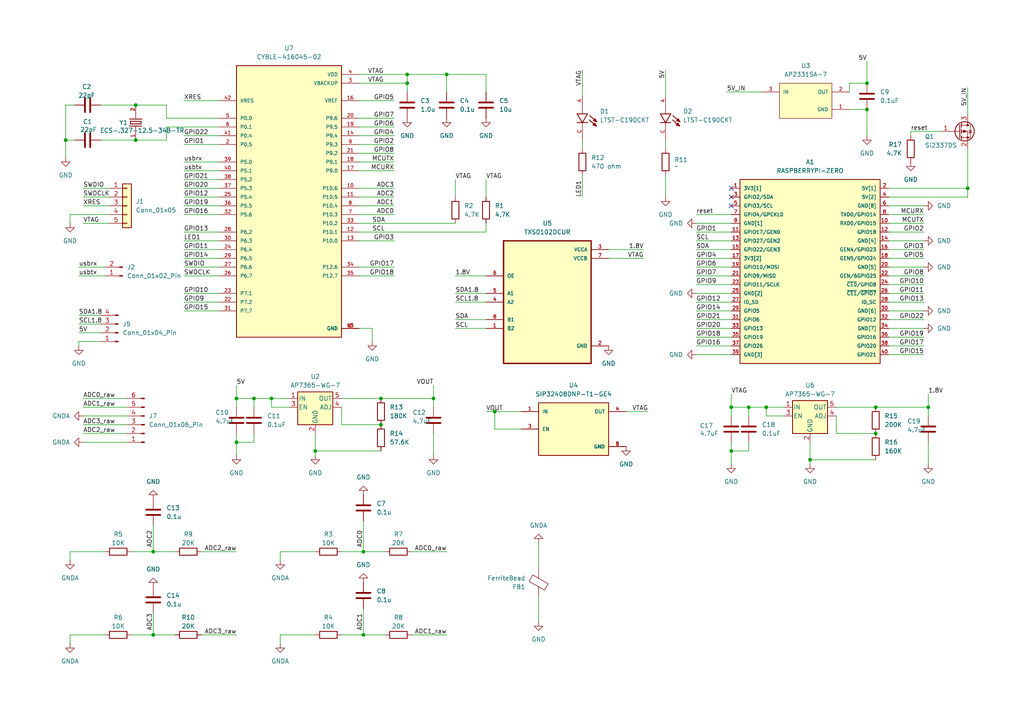
<source format=kicad_sch>
(kicad_sch (version 20250114) (generator "eeschema") (generator_version "9.0")
  (paper "A4")
  (title_block (title "ECMOPCBv2") (date "2025-04-10") (rev "V2") (company "Carnegie Mellon University Biorobotics Lab"))
  (junction (at 234.95 133.35))
  (junction (at 78.74 115.57))
  (junction (at 129.54 21.59))
  (junction (at 44.45 184.15))
  (junction (at 19.05 40.64))
  (junction (at 251.46 31.75))
  (junction (at 91.44 130.81))
  (junction (at 217.17 118.11))
  (junction (at 254 118.11))
  (junction (at 212.09 130.81))
  (junction (at 39.37 30.48))
  (junction (at 110.49 115.57))
  (junction (at 212.09 118.11))
  (junction (at 68.58 115.57))
  (junction (at 105.41 160.02))
  (junction (at 143.51 119.38))
  (junction (at 73.66 115.57))
  (junction (at 39.37 40.64))
  (junction (at 125.73 115.57))
  (junction (at 280.67 54.61))
  (junction (at 118.11 24.13))
  (junction (at 68.58 128.27))
  (junction (at 251.46 24.13))
  (junction (at 254 125.73))
  (junction (at 44.45 160.02))
  (junction (at 118.11 21.59))
  (junction (at 105.41 184.15))
  (junction (at 110.49 123.19))
  (junction (at 269.24 118.11))
  (junction (at 222.25 118.11))
  (no_connect (at 212.09 59.69))
  (no_connect (at 212.09 57.15))
  (no_connect (at 212.09 54.61))
  (wire (pts (xy 114.3 34.29) (xy 104.14 34.29)))
  (wire (pts (xy 176.53 74.93) (xy 186.69 74.93)))
  (wire (pts (xy 48.26 36.83) (xy 48.26 40.64)))
  (wire (pts (xy 269.24 128.27) (xy 269.24 134.62)))
  (wire (pts (xy 251.46 24.13) (xy 246.38 24.13)))
  (wire (pts (xy 78.74 115.57) (xy 78.74 118.11)))
  (wire (pts (xy 114.3 36.83) (xy 104.14 36.83)))
  (wire (pts (xy 53.34 87.63) (xy 63.5 87.63)))
  (wire (pts (xy 269.24 114.3) (xy 269.24 118.11)))
  (wire (pts (xy 53.34 57.15) (xy 63.5 57.15)))
  (wire (pts (xy 280.67 25.4) (xy 280.67 33.02)))
  (wire (pts (xy 104.14 95.25) (xy 107.95 95.25)))
  (wire (pts (xy 212.09 118.11) (xy 212.09 120.65)))
  (wire (pts (xy 20.32 184.15) (xy 20.32 186.69)))
  (wire (pts (xy 210.82 26.67) (xy 220.98 26.67)))
  (wire (pts (xy 201.93 85.09) (xy 212.09 85.09)))
  (wire (pts (xy 168.91 43.18) (xy 168.91 40.64)))
  (wire (pts (xy 132.08 87.63) (xy 140.97 87.63)))
  (wire (pts (xy 22.86 80.01) (xy 30.48 80.01)))
  (wire (pts (xy 132.08 85.09) (xy 140.97 85.09)))
  (wire (pts (xy 129.54 21.59) (xy 129.54 26.67)))
  (wire (pts (xy 22.86 77.47) (xy 30.48 77.47)))
  (wire (pts (xy 156.21 180.34) (xy 156.21 172.72)))
  (wire (pts (xy 246.38 24.13) (xy 246.38 26.67)))
  (wire (pts (xy 78.74 115.57) (xy 83.82 115.57)))
  (wire (pts (xy 217.17 118.11) (xy 222.25 118.11)))
  (wire (pts (xy 125.73 115.57) (xy 125.73 118.11)))
  (wire (pts (xy 125.73 111.76) (xy 125.73 115.57)))
  (wire (pts (xy 267.97 100.33) (xy 257.81 100.33)))
  (wire (pts (xy 267.97 85.09) (xy 257.81 85.09)))
  (wire (pts (xy 132.08 95.25) (xy 140.97 95.25)))
  (wire (pts (xy 44.45 184.15) (xy 50.8 184.15)))
  (wire (pts (xy 63.5 34.29) (xy 48.26 34.29)))
  (wire (pts (xy 257.81 64.77) (xy 267.97 64.77)))
  (wire (pts (xy 132.08 52.07) (xy 132.08 57.15)))
  (wire (pts (xy 104.14 24.13) (xy 118.11 24.13)))
  (wire (pts (xy 68.58 115.57) (xy 73.66 115.57)))
  (wire (pts (xy 114.3 80.01) (xy 104.14 80.01)))
  (wire (pts (xy 58.42 184.15) (xy 68.58 184.15)))
  (wire (pts (xy 48.26 40.64) (xy 39.37 40.64)))
  (wire (pts (xy 53.34 67.31) (xy 63.5 67.31)))
  (wire (pts (xy 21.59 30.48) (xy 19.05 30.48)))
  (wire (pts (xy 118.11 21.59) (xy 118.11 24.13)))
  (wire (pts (xy 201.93 97.79) (xy 212.09 97.79)))
  (wire (pts (xy 267.97 74.93) (xy 257.81 74.93)))
  (wire (pts (xy 114.3 29.21) (xy 104.14 29.21)))
  (wire (pts (xy 24.13 125.73) (xy 36.83 125.73)))
  (wire (pts (xy 22.86 93.98) (xy 29.21 93.98)))
  (wire (pts (xy 53.34 54.61) (xy 63.5 54.61)))
  (wire (pts (xy 181.61 119.38) (xy 187.96 119.38)))
  (wire (pts (xy 118.11 24.13) (xy 118.11 26.67)))
  (wire (pts (xy 104.14 59.69) (xy 114.3 59.69)))
  (wire (pts (xy 53.34 85.09) (xy 63.5 85.09)))
  (wire (pts (xy 63.5 36.83) (xy 48.26 36.83)))
  (wire (pts (xy 257.81 62.23) (xy 267.97 62.23)))
  (wire (pts (xy 234.95 128.27) (xy 234.95 133.35)))
  (wire (pts (xy 251.46 17.78) (xy 251.46 24.13)))
  (wire (pts (xy 30.48 184.15) (xy 20.32 184.15)))
  (wire (pts (xy 212.09 72.39) (xy 201.93 72.39)))
  (wire (pts (xy 105.41 160.02) (xy 111.76 160.02)))
  (wire (pts (xy 53.34 59.69) (xy 63.5 59.69)))
  (wire (pts (xy 19.05 30.48) (xy 19.05 40.64)))
  (wire (pts (xy 201.93 64.77) (xy 212.09 64.77)))
  (wire (pts (xy 44.45 152.4) (xy 44.45 160.02)))
  (wire (pts (xy 234.95 133.35) (xy 234.95 134.62)))
  (wire (pts (xy 24.13 57.15) (xy 31.75 57.15)))
  (wire (pts (xy 58.42 160.02) (xy 68.58 160.02)))
  (wire (pts (xy 201.93 87.63) (xy 212.09 87.63)))
  (wire (pts (xy 201.93 90.17) (xy 212.09 90.17)))
  (wire (pts (xy 264.16 38.1) (xy 264.16 39.37)))
  (wire (pts (xy 176.53 72.39) (xy 186.69 72.39)))
  (wire (pts (xy 201.93 80.01) (xy 212.09 80.01)))
  (wire (pts (xy 91.44 160.02) (xy 81.28 160.02)))
  (wire (pts (xy 201.93 82.55) (xy 212.09 82.55)))
  (wire (pts (xy 53.34 90.17) (xy 63.5 90.17)))
  (wire (pts (xy 81.28 160.02) (xy 81.28 162.56)))
  (wire (pts (xy 68.58 115.57) (xy 68.58 118.11)))
  (wire (pts (xy 217.17 118.11) (xy 217.17 120.65)))
  (wire (pts (xy 193.04 40.64) (xy 193.04 43.18)))
  (wire (pts (xy 104.14 64.77) (xy 132.08 64.77)))
  (wire (pts (xy 81.28 184.15) (xy 81.28 186.69)))
  (wire (pts (xy 140.97 67.31) (xy 104.14 67.31)))
  (wire (pts (xy 24.13 115.57) (xy 36.83 115.57)))
  (wire (pts (xy 267.97 59.69) (xy 257.81 59.69)))
  (wire (pts (xy 53.34 46.99) (xy 63.5 46.99)))
  (wire (pts (xy 132.08 80.01) (xy 140.97 80.01)))
  (wire (pts (xy 267.97 87.63) (xy 257.81 87.63)))
  (wire (pts (xy 24.13 54.61) (xy 31.75 54.61)))
  (wire (pts (xy 168.91 20.32) (xy 168.91 27.94)))
  (wire (pts (xy 267.97 72.39) (xy 257.81 72.39)))
  (wire (pts (xy 114.3 39.37) (xy 104.14 39.37)))
  (wire (pts (xy 22.86 91.44) (xy 29.21 91.44)))
  (wire (pts (xy 201.93 67.31) (xy 212.09 67.31)))
  (wire (pts (xy 24.13 64.77) (xy 31.75 64.77)))
  (wire (pts (xy 267.97 67.31) (xy 257.81 67.31)))
  (wire (pts (xy 201.93 100.33) (xy 212.09 100.33)))
  (wire (pts (xy 53.34 41.91) (xy 63.5 41.91)))
  (wire (pts (xy 280.67 57.15) (xy 280.67 54.61)))
  (wire (pts (xy 78.74 118.11) (xy 83.82 118.11)))
  (wire (pts (xy 53.34 29.21) (xy 63.5 29.21)))
  (wire (pts (xy 129.54 21.59) (xy 140.97 21.59)))
  (wire (pts (xy 193.04 50.8) (xy 193.04 57.15)))
  (wire (pts (xy 217.17 128.27) (xy 217.17 130.81)))
  (wire (pts (xy 68.58 128.27) (xy 68.58 132.08)))
  (wire (pts (xy 24.13 128.27) (xy 36.83 128.27)))
  (wire (pts (xy 53.34 72.39) (xy 63.5 72.39)))
  (wire (pts (xy 269.24 118.11) (xy 269.24 120.65)))
  (wire (pts (xy 22.86 99.06) (xy 22.86 100.33)))
  (wire (pts (xy 68.58 125.73) (xy 68.58 128.27)))
  (wire (pts (xy 53.34 39.37) (xy 63.5 39.37)))
  (wire (pts (xy 22.86 96.52) (xy 29.21 96.52)))
  (wire (pts (xy 99.06 123.19) (xy 110.49 123.19)))
  (wire (pts (xy 105.41 176.53) (xy 105.41 184.15)))
  (wire (pts (xy 107.95 95.25) (xy 107.95 99.06)))
  (wire (pts (xy 201.93 95.25) (xy 212.09 95.25)))
  (wire (pts (xy 44.45 160.02) (xy 50.8 160.02)))
  (wire (pts (xy 29.21 40.64) (xy 39.37 40.64)))
  (wire (pts (xy 140.97 21.59) (xy 140.97 26.67)))
  (wire (pts (xy 118.11 21.59) (xy 129.54 21.59)))
  (wire (pts (xy 201.93 102.87) (xy 212.09 102.87)))
  (wire (pts (xy 91.44 184.15) (xy 81.28 184.15)))
  (wire (pts (xy 267.97 102.87) (xy 257.81 102.87)))
  (wire (pts (xy 201.93 62.23) (xy 212.09 62.23)))
  (wire (pts (xy 140.97 64.77) (xy 140.97 67.31)))
  (wire (pts (xy 242.57 120.65) (xy 242.57 125.73)))
  (wire (pts (xy 20.32 160.02) (xy 20.32 162.56)))
  (wire (pts (xy 99.06 184.15) (xy 105.41 184.15)))
  (wire (pts (xy 110.49 115.57) (xy 125.73 115.57)))
  (wire (pts (xy 267.97 95.25) (xy 257.81 95.25)))
  (wire (pts (xy 53.34 62.23) (xy 63.5 62.23)))
  (wire (pts (xy 68.58 128.27) (xy 73.66 128.27)))
  (wire (pts (xy 267.97 80.01) (xy 257.81 80.01)))
  (wire (pts (xy 99.06 160.02) (xy 105.41 160.02)))
  (wire (pts (xy 22.86 99.06) (xy 29.21 99.06)))
  (wire (pts (xy 212.09 130.81) (xy 217.17 130.81)))
  (wire (pts (xy 257.81 54.61) (xy 280.67 54.61)))
  (wire (pts (xy 105.41 151.13) (xy 105.41 160.02)))
  (wire (pts (xy 24.13 118.11) (xy 36.83 118.11)))
  (wire (pts (xy 114.3 41.91) (xy 104.14 41.91)))
  (wire (pts (xy 104.14 21.59) (xy 118.11 21.59)))
  (wire (pts (xy 267.97 82.55) (xy 257.81 82.55)))
  (wire (pts (xy 114.3 69.85) (xy 104.14 69.85)))
  (wire (pts (xy 257.81 57.15) (xy 280.67 57.15)))
  (wire (pts (xy 73.66 115.57) (xy 78.74 115.57)))
  (wire (pts (xy 19.05 40.64) (xy 21.59 40.64)))
  (wire (pts (xy 125.73 125.73) (xy 125.73 132.08)))
  (wire (pts (xy 242.57 118.11) (xy 254 118.11)))
  (wire (pts (xy 267.97 90.17) (xy 257.81 90.17)))
  (wire (pts (xy 53.34 52.07) (xy 63.5 52.07)))
  (wire (pts (xy 19.05 40.64) (xy 19.05 45.72)))
  (wire (pts (xy 99.06 118.11) (xy 99.06 123.19)))
  (wire (pts (xy 156.21 165.1) (xy 156.21 157.48)))
  (wire (pts (xy 222.25 120.65) (xy 227.33 120.65)))
  (wire (pts (xy 104.14 49.53) (xy 114.3 49.53)))
  (wire (pts (xy 48.26 30.48) (xy 39.37 30.48)))
  (wire (pts (xy 114.3 44.45) (xy 104.14 44.45)))
  (wire (pts (xy 151.13 124.46) (xy 143.51 124.46)))
  (wire (pts (xy 201.93 92.71) (xy 212.09 92.71)))
  (wire (pts (xy 251.46 31.75) (xy 251.46 39.37)))
  (wire (pts (xy 20.32 64.77) (xy 20.32 62.23)))
  (wire (pts (xy 201.93 77.47) (xy 212.09 77.47)))
  (wire (pts (xy 53.34 74.93) (xy 63.5 74.93)))
  (wire (pts (xy 267.97 97.79) (xy 257.81 97.79)))
  (wire (pts (xy 73.66 115.57) (xy 73.66 118.11)))
  (wire (pts (xy 53.34 77.47) (xy 63.5 77.47)))
  (wire (pts (xy 104.14 46.99) (xy 114.3 46.99)))
  (wire (pts (xy 30.48 160.02) (xy 20.32 160.02)))
  (wire (pts (xy 201.93 74.93) (xy 212.09 74.93)))
  (wire (pts (xy 212.09 118.11) (xy 217.17 118.11)))
  (wire (pts (xy 212.09 128.27) (xy 212.09 130.81)))
  (wire (pts (xy 201.93 69.85) (xy 212.09 69.85)))
  (wire (pts (xy 91.44 130.81) (xy 110.49 130.81)))
  (wire (pts (xy 104.14 62.23) (xy 114.3 62.23)))
  (wire (pts (xy 193.04 20.32) (xy 193.04 27.94)))
  (wire (pts (xy 242.57 125.73) (xy 254 125.73)))
  (wire (pts (xy 24.13 59.69) (xy 31.75 59.69)))
  (wire (pts (xy 91.44 125.73) (xy 91.44 130.81)))
  (wire (pts (xy 91.44 130.81) (xy 91.44 132.08)))
  (wire (pts (xy 267.97 77.47) (xy 257.81 77.47)))
  (wire (pts (xy 168.91 50.8) (xy 168.91 57.15)))
  (wire (pts (xy 114.3 77.47) (xy 104.14 77.47)))
  (wire (pts (xy 267.97 92.71) (xy 257.81 92.71)))
  (wire (pts (xy 104.14 57.15) (xy 114.3 57.15)))
  (wire (pts (xy 38.1 160.02) (xy 44.45 160.02)))
  (wire (pts (xy 143.51 124.46) (xy 143.51 119.38)))
  (wire (pts (xy 53.34 49.53) (xy 63.5 49.53)))
  (wire (pts (xy 38.1 184.15) (xy 44.45 184.15)))
  (wire (pts (xy 267.97 69.85) (xy 257.81 69.85)))
  (wire (pts (xy 254 118.11) (xy 269.24 118.11)))
  (wire (pts (xy 234.95 133.35) (xy 254 133.35)))
  (wire (pts (xy 24.13 120.65) (xy 36.83 120.65)))
  (wire (pts (xy 24.13 123.19) (xy 36.83 123.19)))
  (wire (pts (xy 212.09 114.3) (xy 212.09 118.11)))
  (wire (pts (xy 222.25 118.11) (xy 227.33 118.11)))
  (wire (pts (xy 212.09 130.81) (xy 212.09 134.62)))
  (wire (pts (xy 140.97 52.07) (xy 140.97 57.15)))
  (wire (pts (xy 99.06 115.57) (xy 110.49 115.57)))
  (wire (pts (xy 143.51 119.38) (xy 151.13 119.38)))
  (wire (pts (xy 20.32 62.23) (xy 31.75 62.23)))
  (wire (pts (xy 53.34 69.85) (xy 63.5 69.85)))
  (wire (pts (xy 29.21 30.48) (xy 39.37 30.48)))
  (wire (pts (xy 246.38 31.75) (xy 251.46 31.75)))
  (wire (pts (xy 53.34 80.01) (xy 63.5 80.01)))
  (wire (pts (xy 68.58 111.76) (xy 68.58 115.57)))
  (wire (pts (xy 73.66 125.73) (xy 73.66 128.27)))
  (wire (pts (xy 44.45 177.8) (xy 44.45 184.15)))
  (wire (pts (xy 119.38 160.02) (xy 129.54 160.02)))
  (wire (pts (xy 104.14 54.61) (xy 114.3 54.61)))
  (wire (pts (xy 264.16 38.1) (xy 273.05 38.1)))
  (wire (pts (xy 105.41 184.15) (xy 111.76 184.15)))
  (wire (pts (xy 140.97 119.38) (xy 143.51 119.38)))
  (wire (pts (xy 222.25 118.11) (xy 222.25 120.65)))
  (wire (pts (xy 119.38 184.15) (xy 129.54 184.15)))
  (wire (pts (xy 48.26 34.29) (xy 48.26 30.48)))
  (wire (pts (xy 132.08 92.71) (xy 140.97 92.71)))
  (wire (pts (xy 280.67 43.18) (xy 280.67 54.61)))
  (label "SDA" (at 201.93 72.39 0))
  (label "VOUT" (at 125.73 111.76 180))
  (label "GPIO13" (at 53.34 67.31 0))
  (label "GPIO17" (at 267.97 100.33 180))
  (label "ADC3_raw" (at 24.13 123.19 0))
  (label "MCURX" (at 114.3 49.53 180))
  (label "1.8V" (at 269.24 114.3 0))
  (label "SCL" (at 107.95 67.31 0))
  (label "GPIO22" (at 267.97 92.71 180))
  (label "ADC3_raw" (at 68.58 184.15 180))
  (label "VTAG" (at 168.91 20.32 270))
  (label "SWDIO" (at 24.13 54.61 0))
  (label "VTAG" (at 212.09 114.3 0))
  (label "GPIO11" (at 53.34 72.39 0))
  (label "VOUT" (at 140.97 119.38 0))
  (label "GPIO19" (at 53.34 59.69 0))
  (label "SCL" (at 201.93 69.85 0))
  (label "GPIO13" (at 267.97 87.63 180))
  (label "ADC1" (at 105.41 182.88 90))
  (label "GPIO4" (at 201.93 74.93 0))
  (label "GPIO8" (at 114.3 44.45 180))
  (label "reset" (at 201.93 62.23 0))
  (label "GPIO6" (at 201.93 77.47 0))
  (label "GPIO7" (at 201.93 80.01 0))
  (label "SCL1.8" (at 22.86 93.98 0))
  (label "GPIO1" (at 201.93 67.31 0))
  (label "ADC2" (at 44.45 158.75 90))
  (label "GPIO10" (at 267.97 82.55 180))
  (label "5V_IN" (at 280.67 25.4 270))
  (label "GPIO21" (at 53.34 52.07 0))
  (label "XRES" (at 53.34 29.21 0))
  (label "ADC2_raw" (at 24.13 125.73 0))
  (label "GPIO6" (at 114.3 36.83 180))
  (label "GPIO18" (at 201.93 97.79 0))
  (label "ADC0_raw" (at 129.54 160.02 180))
  (label "SCL1.8" (at 132.08 87.63 0))
  (label "5V" (at 193.04 20.32 270))
  (label "MCUTX" (at 114.3 46.99 180))
  (label "usbtx" (at 53.34 49.53 0))
  (label "GPIO8" (at 267.97 80.01 180))
  (label "XRES" (at 24.13 59.69 0))
  (label "VTAG" (at 140.97 52.07 0))
  (label "GPIO12" (at 201.93 87.63 0))
  (label "GPIO17" (at 114.3 77.47 180))
  (label "ADC1" (at 114.3 59.69 180))
  (label "ADC3" (at 44.45 182.88 90))
  (label "GPIO10" (at 53.34 85.09 0))
  (label "GPIO1" (at 53.34 41.91 0))
  (label "ADC0_raw" (at 24.13 115.57 0))
  (label "GPIO18" (at 114.3 80.01 180))
  (label "5V" (at 22.86 96.52 0))
  (label "LED1" (at 53.34 69.85 0))
  (label "ADC1_raw" (at 129.54 184.15 180))
  (label "SDA1.8" (at 132.08 85.09 0))
  (label "ADC3" (at 114.3 54.61 180))
  (label "usbtx" (at 22.86 80.01 0))
  (label "GPIO21" (at 201.93 92.71 0))
  (label "ADC1_raw" (at 24.13 118.11 0))
  (label "SCL" (at 132.08 95.25 0))
  (label "VTAG" (at 187.96 119.38 180))
  (label "MCUTX" (at 267.97 64.77 180))
  (label "usbrx" (at 53.34 46.99 0))
  (label "SDA1.8" (at 22.86 91.44 0))
  (label "GPIO2" (at 267.97 67.31 180))
  (label "GPIO12" (at 53.34 57.15 0))
  (label "5V" (at 251.46 17.78 180))
  (label "GPIO3" (at 114.3 69.85 180))
  (label "usbrx" (at 22.86 77.47 0))
  (label "LED1" (at 168.91 57.15 90))
  (label "GPIO15" (at 53.34 90.17 0))
  (label "SDA" (at 107.95 64.77 0))
  (label "GPIO11" (at 267.97 85.09 180))
  (label "VTAG" (at 106.68 24.13 0))
  (label "GPIO4" (at 114.3 39.37 180))
  (label "ADC0" (at 105.41 158.75 90))
  (label "1.8V" (at 132.08 80.01 0))
  (label "GPIO15" (at 267.97 102.87 180))
  (label "GPIO7" (at 114.3 34.29 180))
  (label "SDA" (at 132.08 92.71 0))
  (label "GPIO20" (at 201.93 95.25 0))
  (label "GPIO22" (at 53.34 39.37 0))
  (label "GPIO14" (at 53.34 74.93 0))
  (label "GPIO9" (at 53.34 87.63 0))
  (label "SWDCLK" (at 53.34 80.01 0))
  (label "ADC0" (at 114.3 62.23 180))
  (label "VTAG" (at 106.68 21.59 0))
  (label "VTAG" (at 132.08 52.07 0))
  (label "reset" (at 264.16 38.1 0))
  (label "5V" (at 68.58 111.76 0))
  (label "5V_IN" (at 210.82 26.67 0))
  (label "GPIO5" (at 267.97 74.93 180))
  (label "ADC2_raw" (at 68.58 160.02 180))
  (label "SWDIO" (at 53.34 77.47 0))
  (label "GPIO3" (at 267.97 72.39 180))
  (label "GPIO2" (at 114.3 41.91 180))
  (label "GPIO5" (at 114.3 29.21 180))
  (label "GPIO16" (at 201.93 100.33 0))
  (label "GPIO16" (at 53.34 62.23 0))
  (label "GPIO9" (at 201.93 82.55 0))
  (label "SWDCLK" (at 24.13 57.15 0))
  (label "GPIO19" (at 267.97 97.79 180))
  (label "VTAG" (at 24.13 64.77 0))
  (label "MCURX" (at 267.97 62.23 180))
  (label "GPIO20" (at 53.34 54.61 0))
  (label "ADC2" (at 114.3 57.15 180))
  (label "VTAG" (at 186.69 74.93 180))
  (label "GPIO14" (at 201.93 90.17 0))
  (label "1.8V" (at 186.69 72.39 180))
  (symbol (lib_id "Device:C") (at 105.41 147.32 0) (unit 1)
    (property "Reference" "C7" (at 109.22 146.0499 0) (effects (justify left)))
    (property "Value" "0.1u" (at 109.22 148.5899 0) (effects (justify left)))
    (property "Footprint" "Capacitor_SMD:C_0603_1608Metric" (effects (hide yes)))
    (property "Description" "Unpolarized capacitor" (effects (hide yes)))
  )
  (symbol (lib_id "Device:C") (at 25.4 30.48 270) (unit 1)
    (property "Reference" "C2" (at 25.146 25.146 90))
    (property "Value" "22pF" (at 25.146 27.686 90))
    (property "Footprint" "Capacitor_SMD:C_0603_1608Metric" (effects (hide yes)))
    (property "Description" "Unpolarized capacitor" (effects (hide yes)))
  )
  (symbol (lib_id "Device:R") (at 95.25 160.02 90) (unit 1)
    (property "Reference" "R3" (at 95.25 154.94 90))
    (property "Value" "10K" (at 95.25 157.48 90))
    (property "Footprint" "Resistor_SMD:R_0603_1608Metric" (effects (hide yes)))
    (property "Description" "Resistor" (effects (hide yes)))
  )
  (symbol (lib_id "Device:C") (at 118.11 30.48 0) (unit 1)
    (property "Reference" "C3" (at 121.92 29.2099 0) (effects (justify left)))
    (property "Value" "1.0u" (at 121.92 31.7499 0) (effects (justify left)))
    (property "Footprint" "Capacitor_SMD:C_0603_1608Metric" (effects (hide yes)))
    (property "Description" "Unpolarized capacitor" (effects (hide yes)))
  )
  (symbol (lib_id "power:GND") (at 234.95 134.62 0) (unit 1)
    (property "Reference" "#PWR042" (effects (hide yes)))
    (property "Value" "GND" (at 234.95 139.7 0))
    (property "Description" "Power symbol creates a global label with name \"GND\" , ground" (effects (hide yes)))
  )
  (symbol (lib_id "power:GND") (at 181.61 129.54 0) (unit 1)
    (property "Reference" "#PWR037" (effects (hide yes)))
    (property "Value" "GND" (at 181.61 134.62 0))
    (property "Description" "Power symbol creates a global label with name \"GND\" , ground" (effects (hide yes)))
  )
  (symbol (lib_id "Device:C") (at 105.41 172.72 0) (unit 1)
    (property "Reference" "C8" (at 109.22 171.4499 0) (effects (justify left)))
    (property "Value" "0.1u" (at 109.22 173.9899 0) (effects (justify left)))
    (property "Footprint" "Capacitor_SMD:C_0603_1608Metric" (effects (hide yes)))
    (property "Description" "Unpolarized capacitor" (effects (hide yes)))
  )
  (symbol (lib_id "Transistor_FET:AO3401A") (at 278.13 38.1 0) (unit 1)
    (property "Reference" "Q1" (at 268.224 39.624 0) (effects (justify left)))
    (property "Value" "Si2337DS" (at 268.224 42.164 0) (effects (justify left)))
    (property "Footprint" "Package_TO_SOT_SMD:SOT-23" (effects (hide yes)))
    (property "Datasheet" "http://www.aosmd.com/pdfs/datasheet/AO3401A.pdf" (effects (hide yes)))
    (property "Description" "-4.0A Id, -30V Vds, P-Channel MOSFET, SOT-23" (effects (hide yes)))
  )
  (symbol (lib_id "Device:R") (at 264.16 43.18 0) (mirror x) (unit 1)
    (property "Reference" "R17" (at 261.62 41.9099 0) (effects (justify right)))
    (property "Value" "4.7K" (at 261.62 44.4499 0) (effects (justify right)))
    (property "Footprint" "Resistor_SMD:R_0603_1608Metric" (effects (hide yes)))
    (property "Description" "Resistor" (effects (hide yes)))
  )
  (symbol (lib_id "Device:C") (at 140.97 30.48 0) (unit 1)
    (property "Reference" "C5" (at 144.78 29.2099 0) (effects (justify left)))
    (property "Value" "10u" (at 144.78 31.7499 0) (effects (justify left)))
    (property "Footprint" "Capacitor_SMD:C_0603_1608Metric" (effects (hide yes)))
    (property "Description" "Unpolarized capacitor" (effects (hide yes)))
  )
  (symbol (lib_id "power:GND") (at 44.45 144.78 180) (unit 1)
    (property "Reference" "#PWR039" (effects (hide yes)))
    (property "Value" "GND" (at 44.45 139.7 0))
    (property "Description" "Power symbol creates a global label with name \"GND\" , ground" (effects (hide yes)))
  )
  (symbol (lib_id "power:GND") (at 267.97 69.85 90) (unit 1)
    (property "Reference" "#PWR051" (effects (hide yes)))
    (property "Value" "GND" (at 271.78 69.8501 90) (effects (justify right)))
    (property "Description" "Power symbol creates a global label with name \"GND\" , ground" (effects (hide yes)))
  )
  (symbol (lib_id "power:GND") (at 269.24 134.62 0) (unit 1)
    (property "Reference" "#PWR043" (effects (hide yes)))
    (property "Value" "GND" (at 269.24 139.7 0))
    (property "Description" "Power symbol creates a global label with name \"GND\" , ground" (effects (hide yes)))
  )
  (symbol (lib_id "power:GND") (at 267.97 77.47 90) (unit 1)
    (property "Reference" "#PWR052" (effects (hide yes)))
    (property "Value" "GND" (at 271.78 77.4701 90) (effects (justify right)))
    (property "Description" "Power symbol creates a global label with name \"GND\" , ground" (effects (hide yes)))
  )
  (symbol (lib_id "Connector_Generic:Conn_01x05") (at 36.83 59.69 0) (unit 1)
    (property "Reference" "J1" (at 39.37 58.4199 0) (effects (justify left)))
    (property "Value" "Conn_01x05" (at 39.37 60.9599 0) (effects (justify left)))
    (property "Footprint" "Connector_PinHeader_2.54mm:PinHeader_1x05_P2.54mm_Vertical" (effects (hide yes)))
    (property "Description" "Generic connector, single row, 01x05, script generated (kicad-library-utils/schlib/autogen/connector/)" (effects (hide yes)))
  )
  (symbol (lib_name "CYBLE-416045-02_1") (lib_id "CYBLE-416045-02:CYBLE-416045-02") (at 83.82 57.15 0) (unit 1)
    (property "Reference" "U7" (at 83.82 13.97 0))
    (property "Value" "CYBLE-416045-02" (at 83.82 16.51 0))
    (property "Footprint" "CYBLE-416045-02:XCVR_CYBLE-416045-02" (effects (hide yes)))
    (property "MF" "Cypress Semiconductor" (effects (hide yes)))
    (property "MAXIMUM_PACKAGE_HEIGHT" "2.0mm" (effects (hide yes)))
    (property "Package" "None" (effects (hide yes)))
    (property "Price" "None" (effects (hide yes)))
    (property "Check_prices" "https://www.snapeda.com/parts/CYBLE-416045-02/Infineon/view-part/?ref=eda" (effects (hide yes)))
    (property "STANDARD" "Manufacturer Recommendations" (effects (hide yes)))
    (property "PARTREV" "A" (effects (hide yes)))
    (property "SnapEDA_Link" "https://www.snapeda.com/parts/CYBLE-416045-02/Infineon/view-part/?ref=snap" (effects (hide yes)))
    (property "MP" "CYBLE-416045-02" (effects (hide yes)))
    (property "Description_1" "Bluetooth Bluetooth v5.0 Transceiver Module 2.4GHz ~ 2.5GHz Integrated, Trace Surface Mount" (effects (hide yes)))
    (property "Availability" "In Stock" (effects (hide yes)))
    (property "MANUFACTURER" "CYPRESS" (effects (hide yes)))
  )
  (symbol (lib_id "power:GNDA") (at 81.28 186.69 0) (unit 1)
    (property "Reference" "#PWR013" (effects (hide yes)))
    (property "Value" "GNDA" (at 81.28 191.77 0))
    (property "Description" "Power symbol creates a global label with name \"GNDA\" , analog ground" (effects (hide yes)))
  )
  (symbol (lib_id "power:GND") (at 193.04 57.15 0) (unit 1)
    (property "Reference" "#PWR038" (effects (hide yes)))
    (property "Value" "GND" (at 193.04 62.23 0))
    (property "Description" "Power symbol creates a global label with name \"GND\" , ground" (effects (hide yes)))
  )
  (symbol (lib_id "Device:R") (at 110.49 127 0) (unit 1)
    (property "Reference" "R14" (at 113.03 125.7299 0) (effects (justify left)))
    (property "Value" "57.6K" (at 113.03 128.2699 0) (effects (justify left)))
    (property "Footprint" "Resistor_SMD:R_0603_1608Metric" (effects (hide yes)))
    (property "Description" "Resistor" (effects (hide yes)))
  )
  (symbol (lib_id "Device:C") (at 44.45 148.59 0) (unit 1)
    (property "Reference" "C13" (at 48.26 147.3199 0) (effects (justify left)))
    (property "Value" "0.1u" (at 48.26 149.8599 0) (effects (justify left)))
    (property "Footprint" "Capacitor_SMD:C_0603_1608Metric" (effects (hide yes)))
    (property "Description" "Unpolarized capacitor" (effects (hide yes)))
  )
  (symbol (lib_id "LTST-C190CKT:LTST-C190CKT") (at 193.04 35.56 270) (unit 1)
    (property "Reference" "D2" (at 198.12 32.2833 90) (effects (justify left)))
    (property "Value" "LTST-C190CKT" (at 198.12 34.8233 90) (effects (justify left)))
    (property "Footprint" "LTST-C190CKT:LEDSC160X80X90-2N" (effects (hide yes)))
    (property "MF" "Lite-On Inc." (effects (hide yes)))
    (property "MAXIMUM_PACKAGE_HEIGHT" "0.9mm" (effects (hide yes)))
    (property "Package" "0603 Lite-On" (effects (hide yes)))
    (property "Price" "None" (effects (hide yes)))
    (property "Check_prices" "https://www.snapeda.com/parts/LTST-C190CKT/Lite-On/view-part/?ref=eda" (effects (hide yes)))
    (property "STANDARD" "IPC 7351B" (effects (hide yes)))
    (property "PARTREV" "N/A" (effects (hide yes)))
    (property "SnapEDA_Link" "https://www.snapeda.com/parts/LTST-C190CKT/Lite-On/view-part/?ref=snap" (effects (hide yes)))
    (property "MP" "LTST-C190CKT" (effects (hide yes)))
    (property "Description_1" "Red 638nm LED Indication - Discrete 1.8V 0603 (1608 Metric)" (effects (hide yes)))
    (property "Availability" "In Stock" (effects (hide yes)))
    (property "MANUFACTURER" "Lite-On Inc." (effects (hide yes)))
  )
  (symbol (lib_id "power:GNDA") (at 24.13 128.27 270) (unit 1)
    (property "Reference" "#PWR022" (effects (hide yes)))
    (property "Value" "GNDA" (at 20.32 128.2699 90) (effects (justify right)))
    (property "Description" "Power symbol creates a global label with name \"GNDA\" , analog ground" (effects (hide yes)))
  )
  (symbol (lib_id "power:GND") (at 22.86 100.33 0) (unit 1)
    (property "Reference" "#PWR018" (effects (hide yes)))
    (property "Value" "GND" (at 22.86 105.41 0))
    (property "Description" "Power symbol creates a global label with name \"GND\" , ground" (effects (hide yes)))
  )
  (symbol (lib_id "Device:C") (at 68.58 121.92 0) (unit 1)
    (property "Reference" "C10" (at 62.484 119.634 0) (effects (justify left)))
    (property "Value" "4.7uF" (at 62.484 122.174 0) (effects (justify left)))
    (property "Footprint" "Capacitor_SMD:C_0603_1608Metric" (effects (hide yes)))
    (property "Description" "Unpolarized capacitor" (effects (hide yes)))
  )
  (symbol (lib_id "Device:C") (at 251.46 27.94 0) (unit 1)
    (property "Reference" "C9" (at 255.27 26.6699 0) (effects (justify left)))
    (property "Value" "0.1uF" (at 255.27 29.2099 0) (effects (justify left)))
    (property "Footprint" "Capacitor_SMD:C_0603_1608Metric" (effects (hide yes)))
    (property "Description" "Unpolarized capacitor" (effects (hide yes)))
  )
  (symbol (lib_id "power:GNDA") (at 20.32 162.56 0) (unit 1)
    (property "Reference" "#PWR012" (effects (hide yes)))
    (property "Value" "GNDA" (at 20.32 167.64 0))
    (property "Description" "Power symbol creates a global label with name \"GNDA\" , analog ground" (effects (hide yes)))
  )
  (symbol (lib_id "Device:C") (at 217.17 124.46 0) (unit 1)
    (property "Reference" "C18" (at 220.98 123.1899 0) (effects (justify left)))
    (property "Value" "0.1uF" (at 220.98 125.7299 0) (effects (justify left)))
    (property "Footprint" "Capacitor_SMD:C_0603_1608Metric" (effects (hide yes)))
    (property "Description" "Unpolarized capacitor" (effects (hide yes)))
  )
  (symbol (lib_id "power:GND") (at 267.97 90.17 90) (unit 1)
    (property "Reference" "#PWR053" (effects (hide yes)))
    (property "Value" "GND" (at 271.78 90.1701 90) (effects (justify right)))
    (property "Description" "Power symbol creates a global label with name \"GND\" , ground" (effects (hide yes)))
  )
  (symbol (lib_id "Device:R") (at 95.25 184.15 90) (unit 1)
    (property "Reference" "R4" (at 95.25 179.07 90))
    (property "Value" "10K" (at 95.25 181.61 90))
    (property "Footprint" "Resistor_SMD:R_0603_1608Metric" (effects (hide yes)))
    (property "Description" "Resistor" (effects (hide yes)))
  )
  (symbol (lib_id "LTST-C190CKT:LTST-C190CKT") (at 168.91 35.56 270) (unit 1)
    (property "Reference" "D1" (at 173.99 32.2833 90) (effects (justify left)))
    (property "Value" "LTST-C190CKT" (at 173.99 34.8233 90) (effects (justify left)))
    (property "Footprint" "LTST-C190CKT:LEDSC160X80X90-2N" (effects (hide yes)))
    (property "MF" "Lite-On Inc." (effects (hide yes)))
    (property "MAXIMUM_PACKAGE_HEIGHT" "0.9mm" (effects (hide yes)))
    (property "Package" "0603 Lite-On" (effects (hide yes)))
    (property "Price" "None" (effects (hide yes)))
    (property "Check_prices" "https://www.snapeda.com/parts/LTST-C190CKT/Lite-On/view-part/?ref=eda" (effects (hide yes)))
    (property "STANDARD" "IPC 7351B" (effects (hide yes)))
    (property "PARTREV" "N/A" (effects (hide yes)))
    (property "SnapEDA_Link" "https://www.snapeda.com/parts/LTST-C190CKT/Lite-On/view-part/?ref=snap" (effects (hide yes)))
    (property "MP" "LTST-C190CKT" (effects (hide yes)))
    (property "Description_1" "Red 638nm LED Indication - Discrete 1.8V 0603 (1608 Metric)" (effects (hide yes)))
    (property "Availability" "In Stock" (effects (hide yes)))
    (property "MANUFACTURER" "Lite-On Inc." (effects (hide yes)))
  )
  (symbol (lib_id "SIP32408DNP-T1-GE4:SIP32408DNP-T1-GE4") (at 166.37 124.46 0) (unit 1)
    (property "Reference" "U4" (at 166.37 111.76 0))
    (property "Value" "SIP32408DNP-T1-GE4" (at 166.37 114.3 0))
    (property "Footprint" "SIP32408DNP-T1-GE4:SON50P120X160X60-5N" (effects (hide yes)))
    (property "MF" "Vishay Siliconix" (effects (hide yes)))
    (property "MAXIMUM_PACKAGE_HEIGHT" "0.6 mm" (effects (hide yes)))
    (property "Package" "TDFN-4 Vishay" (effects (hide yes)))
    (property "Price" "None" (effects (hide yes)))
    (property "Check_prices" "https://www.snapeda.com/parts/SIP32408DNP-T1-GE4/Vishay/view-part/?ref=eda" (effects (hide yes)))
    (property "STANDARD" "IPC-7351B" (effects (hide yes)))
    (property "PARTREV" "Rev. G" (effects (hide yes)))
    (property "SnapEDA_Link" "https://www.snapeda.com/parts/SIP32408DNP-T1-GE4/Vishay/view-part/?ref=snap" (effects (hide yes)))
    (property "MP" "SIP32408DNP-T1-GE4" (effects (hide yes)))
    (property "Description_1" "Power Switch Hi Side 3.5A | Siliconix / Vishay SIP32408DNP-T1-GE4" (effects (hide yes)))
    (property "Availability" "In Stock" (effects (hide yes)))
    (property "MANUFACTURER" "Vishay Siliconix" (effects (hide yes)))
  )
  (symbol (lib_id "power:GND") (at 156.21 180.34 0) (unit 1)
    (property "Reference" "#PWR08" (effects (hide yes)))
    (property "Value" "GND" (at 156.21 185.42 0))
    (property "Description" "Power symbol creates a global label with name \"GND\" , ground" (effects (hide yes)))
  )
  (symbol (lib_id "Device:R") (at 193.04 46.99 0) (unit 1)
    (property "Reference" "R11" (at 195.58 46.3549 0) (effects (justify left)))
    (property "Value" "~" (at 195.58 48.26 0) (effects (justify left)))
    (property "Footprint" "Resistor_SMD:R_0603_1608Metric" (effects (hide yes)))
    (property "Description" "Resistor" (effects (hide yes)))
  )
  (symbol (lib_id "Device:R") (at 54.61 184.15 90) (unit 1)
    (property "Reference" "R10" (at 54.61 179.07 90))
    (property "Value" "20K" (at 54.61 181.61 90))
    (property "Footprint" "Resistor_SMD:R_0603_1608Metric" (effects (hide yes)))
    (property "Description" "Resistor" (effects (hide yes)))
  )
  (symbol (lib_id "Regulator_Linear:LDK130-ADJ_SOT23_SOT353") (at 91.44 118.11 0) (unit 1)
    (property "Reference" "U2" (at 91.44 109.22 0))
    (property "Value" "AP7365-WG-7" (at 91.44 111.76 0))
    (property "Footprint" "AP7365-33WG-7:SOT95P285X145-5N" (effects (hide yes)))
    (property "Datasheet" "http://www.st.com/content/ccc/resource/technical/document/datasheet/29/10/f7/87/2f/66/47/f4/DM00076097.pdf/files/DM00076097.pdf/jcr:content/translations/en.DM00076097.pdf" (effects (hide yes)))
    (property "Description" "300mA low dropout linear regulator, low quiescent current very, low noise, shutdown pin, adjustable positive output, SOT-23-5/SOT-353-5/SC-70-5" (effects (hide yes)))
  )
  (symbol (lib_id "power:GNDA") (at 20.32 186.69 0) (unit 1)
    (property "Reference" "#PWR011" (effects (hide yes)))
    (property "Value" "GNDA" (at 20.32 191.77 0))
    (property "Description" "Power symbol creates a global label with name \"GNDA\" , analog ground" (effects (hide yes)))
  )
  (symbol (lib_id "power:GNDA") (at 24.13 120.65 270) (unit 1)
    (property "Reference" "#PWR014" (effects (hide yes)))
    (property "Value" "GNDA" (at 20.32 120.6499 90) (effects (justify right)))
    (property "Description" "Power symbol creates a global label with name \"GNDA\" , analog ground" (effects (hide yes)))
  )
  (symbol (lib_id "Device:C") (at 269.24 124.46 0) (unit 1)
    (property "Reference" "C19" (at 263.144 122.174 0) (effects (justify left)))
    (property "Value" "4.7uF" (at 263.144 124.714 0) (effects (justify left)))
    (property "Footprint" "Capacitor_SMD:C_0603_1608Metric" (effects (hide yes)))
    (property "Description" "Unpolarized capacitor" (effects (hide yes)))
  )
  (symbol (lib_id "power:GND") (at 44.45 170.18 180) (unit 1)
    (property "Reference" "#PWR047" (effects (hide yes)))
    (property "Value" "GND" (at 44.45 165.1 0))
    (property "Description" "Power symbol creates a global label with name \"GND\" , ground" (effects (hide yes)))
  )
  (symbol (lib_id "Device:R") (at 132.08 60.96 180) (unit 1)
    (property "Reference" "R2" (at 134.62 59.6899 0) (effects (justify right)))
    (property "Value" "4.7K" (at 134.62 62.2299 0) (effects (justify right)))
    (property "Footprint" "Resistor_SMD:R_0603_1608Metric" (effects (hide yes)))
    (property "Description" "Resistor" (effects (hide yes)))
  )
  (symbol (lib_id "Connector:Conn_01x06_Pin") (at 41.91 123.19 180) (unit 1)
    (property "Reference" "J7" (at 43.18 120.6499 0) (effects (justify right)))
    (property "Value" "Conn_01x06_Pin" (at 43.18 123.1899 0) (effects (justify right)))
    (property "Footprint" "Connector_JST:JST_PH_S6B-PH-K_1x06_P2.00mm_Horizontal" (effects (hide yes)))
    (property "Description" "Generic connector, single row, 01x06, script generated" (effects (hide yes)))
  )
  (symbol (lib_id "power:GND") (at 105.41 143.51 180) (unit 1)
    (property "Reference" "#PWR045" (effects (hide yes)))
    (property "Value" "GND" (at 105.41 138.43 0))
    (property "Description" "Power symbol creates a global label with name \"GND\" , ground" (effects (hide yes)))
  )
  (symbol (lib_id "Device:C") (at 125.73 121.92 0) (unit 1)
    (property "Reference" "C12" (at 119.634 119.634 0) (effects (justify left)))
    (property "Value" "4.7uF" (at 119.634 122.174 0) (effects (justify left)))
    (property "Footprint" "Capacitor_SMD:C_0603_1608Metric" (effects (hide yes)))
    (property "Description" "Unpolarized capacitor" (effects (hide yes)))
  )
  (symbol (lib_id "power:GND") (at 267.97 59.69 90) (unit 1)
    (property "Reference" "#PWR050" (effects (hide yes)))
    (property "Value" "GND" (at 271.78 59.6901 90) (effects (justify right)))
    (property "Description" "Power symbol creates a global label with name \"GND\" , ground" (effects (hide yes)))
  )
  (symbol (lib_id "Device:C") (at 44.45 173.99 0) (unit 1)
    (property "Reference" "C14" (at 48.26 172.7199 0) (effects (justify left)))
    (property "Value" "0.1u" (at 48.26 175.2599 0) (effects (justify left)))
    (property "Footprint" "Capacitor_SMD:C_0603_1608Metric" (effects (hide yes)))
    (property "Description" "Unpolarized capacitor" (effects (hide yes)))
  )
  (symbol (lib_id "power:GND") (at 212.09 134.62 0) (unit 1)
    (property "Reference" "#PWR041" (effects (hide yes)))
    (property "Value" "GND" (at 212.09 139.7 0))
    (property "Description" "Power symbol creates a global label with name \"GND\" , ground" (effects (hide yes)))
  )
  (symbol (lib_id "power:GND") (at 201.93 102.87 270) (unit 1)
    (property "Reference" "#PWR049" (effects (hide yes)))
    (property "Value" "GND" (at 198.12 102.8699 90) (effects (justify right)))
    (property "Description" "Power symbol creates a global label with name \"GND\" , ground" (effects (hide yes)))
  )
  (symbol (lib_id "TXS0102DCUR:TXS0102DCUR") (at 158.75 87.63 0) (unit 1)
    (property "Reference" "U5" (at 158.75 64.77 0))
    (property "Value" "TXS0102DCUR" (at 158.75 67.31 0))
    (property "Footprint" "TXS0102DCUR:SOP50P310X90-8N" (effects (hide yes)))
    (property "MF" "Texas Instruments" (effects (hide yes)))
    (property "Description_1" "2-Bit Bidirectional Voltage-Level Shifter for Open-Drain and Push-Pull Application" (effects (hide yes)))
    (property "Package" "VSSOP-8 Texas Instruments" (effects (hide yes)))
    (property "Price" "None" (effects (hide yes)))
    (property "SnapEDA_Link" "https://www.snapeda.com/parts/TXS0102DCUR/Texas+Instruments/view-part/?ref=snap" (effects (hide yes)))
    (property "MP" "TXS0102DCUR" (effects (hide yes)))
    (property "Availability" "In Stock" (effects (hide yes)))
    (property "Check_prices" "https://www.snapeda.com/parts/TXS0102DCUR/Texas+Instruments/view-part/?ref=eda" (effects (hide yes)))
  )
  (symbol (lib_id "RASPBERRYPI-ZERO:RASPBERRYPI-ZERO") (at 234.95 77.47 0) (unit 1)
    (property "Reference" "A1" (at 234.95 46.99 0))
    (property "Value" "RASPBERRYPI-ZERO" (at 234.95 49.53 0))
    (property "Footprint" "RASPBERRYPI-ZERO:RASPBERRYPI-ZERO_RPI-ZERO_1" (effects (hide yes)))
    (property "MF" "Raspberry Pi" (effects (hide yes)))
    (property "Description_1" "Official Raspberry Pi Zero Case" (effects (hide yes)))
    (property "Package" "None" (effects (hide yes)))
    (property "Price" "None" (effects (hide yes)))
    (property "Check_prices" "https://www.snapeda.com/parts/RASPBERRYPI-ZERO/Raspberry+Pi/view-part/?ref=eda" (effects (hide yes)))
    (property "STANDARD" "MAnufactutrer Recommendations" (effects (hide yes)))
    (property "SnapEDA_Link" "https://www.snapeda.com/parts/RASPBERRYPI-ZERO/Raspberry+Pi/view-part/?ref=snap" (effects (hide yes)))
    (property "MP" "RASPBERRYPI-ZERO" (effects (hide yes)))
    (property "Availability" "Not in stock" (effects (hide yes)))
    (property "MANUFACTURER" "Raspberry" (effects (hide yes)))
  )
  (symbol (lib_id "Device:R") (at 168.91 46.99 0) (unit 1)
    (property "Reference" "R12" (at 171.45 45.7199 0) (effects (justify left)))
    (property "Value" "470 ohm" (at 171.45 48.2599 0) (effects (justify left)))
    (property "Footprint" "Resistor_SMD:R_0603_1608Metric" (effects (hide yes)))
    (property "Description" "Resistor" (effects (hide yes)))
  )
  (symbol (lib_id "power:GND") (at 68.58 132.08 0) (unit 1)
    (property "Reference" "#PWR034" (effects (hide yes)))
    (property "Value" "GND" (at 68.58 137.16 0))
    (property "Description" "Power symbol creates a global label with name \"GND\" , ground" (effects (hide yes)))
  )
  (symbol (lib_id "power:GND") (at 264.16 46.99 0) (unit 1)
    (property "Reference" "#PWR044" (effects (hide yes)))
    (property "Value" "GND" (at 264.16 52.07 0))
    (property "Description" "Power symbol creates a global label with name \"GND\" , ground" (effects (hide yes)))
  )
  (symbol (lib_id "power:GND") (at 201.93 64.77 270) (unit 1)
    (property "Reference" "#PWR028" (effects (hide yes)))
    (property "Value" "GND" (at 198.12 64.7699 90) (effects (justify right)))
    (property "Description" "Power symbol creates a global label with name \"GND\" , ground" (effects (hide yes)))
  )
  (symbol (lib_id "Device:R") (at 34.29 184.15 90) (unit 1)
    (property "Reference" "R6" (at 34.29 179.07 90))
    (property "Value" "10K" (at 34.29 181.61 90))
    (property "Footprint" "Resistor_SMD:R_0603_1608Metric" (effects (hide yes)))
    (property "Description" "Resistor" (effects (hide yes)))
  )
  (symbol (lib_id "Device:FerriteBead") (at 156.21 168.91 180) (unit 1)
    (property "Reference" "FB1" (at 152.4 170.2309 0) (effects (justify left)))
    (property "Value" "FerriteBead" (at 152.4 167.6909 0) (effects (justify left)))
    (property "Footprint" "Inductor_SMD:L_0603_1608Metric" (effects (hide yes)))
    (property "Description" "Ferrite bead" (effects (hide yes)))
  )
  (symbol (lib_id "power:GND") (at 20.32 64.77 0) (unit 1)
    (property "Reference" "#PWR019" (effects (hide yes)))
    (property "Value" "GND" (at 20.32 69.85 0))
    (property "Description" "Power symbol creates a global label with name \"GND\" , ground" (effects (hide yes)))
  )
  (symbol (lib_id "Device:R") (at 34.29 160.02 90) (unit 1)
    (property "Reference" "R5" (at 34.29 154.94 90))
    (property "Value" "10K" (at 34.29 157.48 90))
    (property "Footprint" "Resistor_SMD:R_0603_1608Metric" (effects (hide yes)))
    (property "Description" "Resistor" (effects (hide yes)))
  )
  (symbol (lib_id "power:GND") (at 91.44 132.08 0) (unit 1)
    (property "Reference" "#PWR035" (effects (hide yes)))
    (property "Value" "GND" (at 91.44 137.16 0))
    (property "Description" "Power symbol creates a global label with name \"GND\" , ground" (effects (hide yes)))
  )
  (symbol (lib_id "AP2331SA-7:AP2331SA-7") (at 233.68 29.21 0) (unit 1)
    (property "Reference" "U3" (at 233.68 19.05 0))
    (property "Value" "AP2331SA-7" (at 233.68 21.59 0))
    (property "Footprint" "AP2331SA-7:SOT91P240X120-3N" (effects (hide yes)))
    (property "MF" "Diodes Inc." (effects (hide yes)))
    (property "Description_1" "0.2A Current-Limited Load Switch SOT-23 | Diodes Inc AP2331SA-7" (effects (hide yes)))
    (property "Package" "SOT-23-3 Diodes Inc." (effects (hide yes)))
    (property "Price" "None" (effects (hide yes)))
    (property "Check_prices" "https://www.snapeda.com/parts/AP2331SA-7/Diodes+Inc./view-part/?ref=eda" (effects (hide yes)))
    (property "STANDARD" "IPC-7351B" (effects (hide yes)))
    (property "SnapEDA_Link" "https://www.snapeda.com/parts/AP2331SA-7/Diodes+Inc./view-part/?ref=snap" (effects (hide yes)))
    (property "MP" "AP2331SA-7" (effects (hide yes)))
    (property "Availability" "In Stock" (effects (hide yes)))
    (property "MANUFACTURER" "DIODES" (effects (hide yes)))
  )
  (symbol (lib_id "Device:C") (at 73.66 121.92 0) (unit 1)
    (property "Reference" "C11" (at 77.47 120.6499 0) (effects (justify left)))
    (property "Value" "0.1uF" (at 77.47 123.1899 0) (effects (justify left)))
    (property "Footprint" "Capacitor_SMD:C_0603_1608Metric" (effects (hide yes)))
    (property "Description" "Unpolarized capacitor" (effects (hide yes)))
  )
  (symbol (lib_id "power:GND") (at 118.11 34.29 0) (unit 1)
    (property "Reference" "#PWR05" (effects (hide yes)))
    (property "Value" "GND" (at 118.11 39.37 0))
    (property "Description" "Power symbol creates a global label with name \"GND\" , ground" (effects (hide yes)))
  )
  (symbol (lib_id "power:GND") (at 140.97 34.29 0) (unit 1)
    (property "Reference" "#PWR016" (effects (hide yes)))
    (property "Value" "GND" (at 140.97 39.37 0))
    (property "Description" "Power symbol creates a global label with name \"GND\" , ground" (effects (hide yes)))
  )
  (symbol (lib_id "Regulator_Linear:LDK130-ADJ_SOT23_SOT353") (at 234.95 120.65 0) (unit 1)
    (property "Reference" "U6" (at 234.95 111.76 0))
    (property "Value" "AP7365-WG-7" (at 234.95 114.3 0))
    (property "Footprint" "AP7365-33WG-7:SOT95P285X145-5N" (effects (hide yes)))
    (property "Datasheet" "http://www.st.com/content/ccc/resource/technical/document/datasheet/29/10/f7/87/2f/66/47/f4/DM00076097.pdf/files/DM00076097.pdf/jcr:content/translations/en.DM00076097.pdf" (effects (hide yes)))
    (property "Description" "300mA low dropout linear regulator, low quiescent current very, low noise, shutdown pin, adjustable positive output, SOT-23-5/SOT-353-5/SC-70-5" (effects (hide yes)))
  )
  (symbol (lib_id "power:GND") (at 176.53 100.33 0) (unit 1)
    (property "Reference" "#PWR040" (effects (hide yes)))
    (property "Value" "GND" (at 176.53 105.41 0))
    (property "Description" "Power symbol creates a global label with name \"GND\" , ground" (effects (hide yes)))
  )
  (symbol (lib_id "Device:R") (at 54.61 160.02 90) (unit 1)
    (property "Reference" "R9" (at 54.61 154.94 90))
    (property "Value" "20K" (at 54.61 157.48 90))
    (property "Footprint" "Resistor_SMD:R_0603_1608Metric" (effects (hide yes)))
    (property "Description" "Resistor" (effects (hide yes)))
  )
  (symbol (lib_id "power:GND") (at 201.93 85.09 270) (unit 1)
    (property "Reference" "#PWR048" (effects (hide yes)))
    (property "Value" "GND" (at 198.12 85.0899 90) (effects (justify right)))
    (property "Description" "Power symbol creates a global label with name \"GND\" , ground" (effects (hide yes)))
  )
  (symbol (lib_id "power:GND") (at 129.54 34.29 0) (unit 1)
    (property "Reference" "#PWR015" (effects (hide yes)))
    (property "Value" "GND" (at 129.54 39.37 0))
    (property "Description" "Power symbol creates a global label with name \"GND\" , ground" (effects (hide yes)))
  )
  (symbol (lib_id "Device:R") (at 115.57 184.15 90) (unit 1)
    (property "Reference" "R8" (at 115.57 179.07 90))
    (property "Value" "20K" (at 115.57 181.61 90))
    (property "Footprint" "Resistor_SMD:R_0603_1608Metric" (effects (hide yes)))
    (property "Description" "Resistor" (effects (hide yes)))
  )
  (symbol (lib_id "Device:C") (at 212.09 124.46 0) (unit 1)
    (property "Reference" "C17" (at 202.946 123.444 0) (effects (justify left)))
    (property "Value" "4.7uF" (at 202.946 125.73 0) (effects (justify left)))
    (property "Footprint" "Capacitor_SMD:C_0603_1608Metric" (effects (hide yes)))
    (property "Description" "Unpolarized capacitor" (effects (hide yes)))
  )
  (symbol (lib_id "power:GND") (at 105.41 168.91 180) (unit 1)
    (property "Reference" "#PWR046" (effects (hide yes)))
    (property "Value" "GND" (at 105.41 163.83 0))
    (property "Description" "Power symbol creates a global label with name \"GND\" , ground" (effects (hide yes)))
  )
  (symbol (lib_id "Device:C") (at 129.54 30.48 0) (unit 1)
    (property "Reference" "C4" (at 133.35 29.2099 0) (effects (justify left)))
    (property "Value" "0.1u" (at 133.35 31.7499 0) (effects (justify left)))
    (property "Footprint" "Capacitor_SMD:C_0603_1608Metric" (effects (hide yes)))
    (property "Description" "Unpolarized capacitor" (effects (hide yes)))
  )
  (symbol (lib_id "power:GNDA") (at 156.21 157.48 180) (unit 1)
    (property "Reference" "#PWR010" (effects (hide yes)))
    (property "Value" "GNDA" (at 156.21 152.4 0))
    (property "Description" "Power symbol creates a global label with name \"GNDA\" , analog ground" (effects (hide yes)))
  )
  (symbol (lib_id "Device:R") (at 254 129.54 0) (unit 1)
    (property "Reference" "R16" (at 256.54 128.2699 0) (effects (justify left)))
    (property "Value" "160K" (at 256.54 130.8099 0) (effects (justify left)))
    (property "Footprint" "Resistor_SMD:R_0603_1608Metric" (effects (hide yes)))
    (property "Description" "Resistor" (effects (hide yes)))
  )
  (symbol (lib_id "Device:R") (at 110.49 119.38 0) (unit 1)
    (property "Reference" "R13" (at 113.03 118.1099 0) (effects (justify left)))
    (property "Value" "180K" (at 113.03 120.6499 0) (effects (justify left)))
    (property "Footprint" "Resistor_SMD:R_0603_1608Metric" (effects (hide yes)))
    (property "Description" "Resistor" (effects (hide yes)))
  )
  (symbol (lib_id "Connector:Conn_01x04_Pin") (at 34.29 96.52 180) (unit 1)
    (property "Reference" "J5" (at 35.56 93.9799 0) (effects (justify right)))
    (property "Value" "Conn_01x04_Pin" (at 35.56 96.5199 0) (effects (justify right)))
    (property "Footprint" "Connector_JST:JST_PH_S4B-PH-K_1x04_P2.00mm_Horizontal" (effects (hide yes)))
    (property "Description" "Generic connector, single row, 01x04, script generated" (effects (hide yes)))
  )
  (symbol (lib_id "power:GND") (at 125.73 132.08 0) (unit 1)
    (property "Reference" "#PWR036" (effects (hide yes)))
    (property "Value" "GND" (at 125.73 137.16 0))
    (property "Description" "Power symbol creates a global label with name \"GND\" , ground" (effects (hide yes)))
  )
  (symbol (lib_id "power:GND") (at 251.46 39.37 0) (unit 1)
    (property "Reference" "#PWR033" (effects (hide yes)))
    (property "Value" "GND" (at 251.46 44.45 0))
    (property "Description" "Power symbol creates a global label with name \"GND\" , ground" (effects (hide yes)))
  )
  (symbol (lib_id "power:GND") (at 107.95 99.06 0) (unit 1)
    (property "Reference" "#PWR07" (effects (hide yes)))
    (property "Value" "GND" (at 107.95 104.14 0))
    (property "Description" "Power symbol creates a global label with name \"GND\" , ground" (effects (hide yes)))
  )
  (symbol (lib_id "power:GNDA") (at 81.28 162.56 0) (unit 1)
    (property "Reference" "#PWR024" (effects (hide yes)))
    (property "Value" "GNDA" (at 81.28 167.64 0))
    (property "Description" "Power symbol creates a global label with name \"GNDA\" , analog ground" (effects (hide yes)))
  )
  (symbol (lib_id "Connector:Conn_01x02_Pin") (at 35.56 80.01 180) (unit 1)
    (property "Reference" "J2" (at 36.83 77.4699 0) (effects (justify right)))
    (property "Value" "Conn_01x02_Pin" (at 36.83 80.0099 0) (effects (justify right)))
    (property "Footprint" "Connector_PinHeader_2.54mm:PinHeader_1x02_P2.54mm_Vertical" (effects (hide yes)))
    (property "Description" "Generic connector, single row, 01x02, script generated" (effects (hide yes)))
  )
  (symbol (lib_id "ECS-.327-12.5-34B-TR:ECS-.327-12.5-34B-TR") (at 39.37 35.56 90) (unit 1)
    (property "Reference" "Y1" (at 34.544 35.56 90) (effects (justify right)))
    (property "Value" "ECS-.327-12.5-34B-TR" (at 28.956 37.846 90) (effects (justify right)))
    (property "Footprint" "ECS-.327-12.5-34B-TR:XTAL_ECS-.327-12.5-34B-TR" (effects (hide yes)))
    (property "MF" "ECS Inc." (effects (hide yes)))
    (property "Description_1" "32.768 kHz ±20ppm Crystal 12.5pF 70 kOhms 2-SMD, No Lead" (effects (hide yes)))
    (property "Package" "ECX-31B-34B-2 ECS" (effects (hide yes)))
    (property "Price" "None" (effects (hide yes)))
    (property "Check_prices" "https://www.snapeda.com/parts/ECS-.327-12.5-34B-TR/ECS/view-part/?ref=eda" (effects (hide yes)))
    (property "STANDARD" "Manufacturer recommendations" (effects (hide yes)))
    (property "SnapEDA_Link" "https://www.snapeda.com/parts/ECS-.327-12.5-34B-TR/ECS/view-part/?ref=snap" (effects (hide yes)))
    (property "MP" "ECS-.327-12.5-34B-TR" (effects (hide yes)))
    (property "Availability" "In Stock" (effects (hide yes)))
    (property "MANUFACTURER" "ECS Inc." (effects (hide yes)))
  )
  (symbol (lib_id "Device:R") (at 115.57 160.02 90) (unit 1)
    (property "Reference" "R7" (at 115.57 154.94 90))
    (property "Value" "20K" (at 115.57 157.48 90))
    (property "Footprint" "Resistor_SMD:R_0603_1608Metric" (effects (hide yes)))
    (property "Description" "Resistor" (effects (hide yes)))
  )
  (symbol (lib_id "Device:R") (at 254 121.92 0) (unit 1)
    (property "Reference" "R15" (at 256.54 120.6499 0) (effects (justify left)))
    (property "Value" "200K" (at 256.54 123.1899 0) (effects (justify left)))
    (property "Footprint" "Resistor_SMD:R_0603_1608Metric" (effects (hide yes)))
    (property "Description" "Resistor" (effects (hide yes)))
  )
  (symbol (lib_id "power:GND") (at 19.05 45.72 0) (unit 1)
    (property "Reference" "#PWR09" (effects (hide yes)))
    (property "Value" "GND" (at 19.05 50.8 0))
    (property "Description" "Power symbol creates a global label with name \"GND\" , ground" (effects (hide yes)))
  )
  (symbol (lib_id "power:GND") (at 267.97 95.25 90) (unit 1)
    (property "Reference" "#PWR054" (effects (hide yes)))
    (property "Value" "GND" (at 271.78 95.2501 90) (effects (justify right)))
    (property "Description" "Power symbol creates a global label with name \"GND\" , ground" (effects (hide yes)))
  )
  (symbol (lib_id "Device:R") (at 140.97 60.96 180) (unit 1)
    (property "Reference" "R1" (at 143.51 59.6899 0) (effects (justify right)))
    (property "Value" "4.7K" (at 143.51 62.2299 0) (effects (justify right)))
    (property "Footprint" "Resistor_SMD:R_0603_1608Metric" (effects (hide yes)))
    (property "Description" "Resistor" (effects (hide yes)))
  )
  (symbol (lib_id "Device:C") (at 25.4 40.64 270) (unit 1)
    (property "Reference" "C1" (at 25.4 35.306 90))
    (property "Value" "22pF" (at 25.654 37.592 90))
    (property "Footprint" "Capacitor_SMD:C_0603_1608Metric" (effects (hide yes)))
    (property "Description" "Unpolarized capacitor" (effects (hide yes)))
  )
)
</source>
